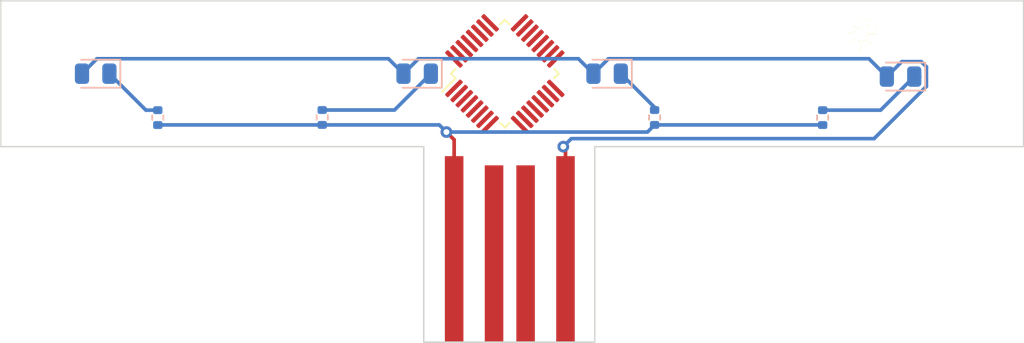
<source format=kicad_pcb>
(kicad_pcb (version 20171130) (host pcbnew "(5.1.9-0-10_14)")
  (title_block (title LED_Card))
  (layers (0 F.Cu signal) (31 B.Cu signal) (34 B.Paste user) (35 F.Paste user) (36 B.SilkS user) (37 F.SilkS user) (38 B.Mask user) (39 F.Mask user) (44 Edge.Cuts user))
  (net 0 "")
  (net 1 "Net-(D1-Pad1)")
  (net 2 GND)
  (net 3 "Net-(D2-Pad1)")
  (net 4 "Net-(D3-Pad1)")
  (net 5 "Net-(D4-Pad1)")
  (net 6 +5V)
  (module footprint:skyworks_pad (layer F.Cu) (at 88 136)
    (fp_text reference G*** hide)
    (fp_text value LOGO hide)
  )
  (module footprint:title_pad (layer F.Cu) (at 133 140)
    (fp_text reference G*** hide)
    (fp_text value LOGO hide)
  )
  (module footprint:tsinghua_logo_pad (layer F.Cu) (at 139 133)
    (fp_text reference G*** hide)
    (fp_text value LOGO hide)
    (fp_poly (pts (xy -3.680339 1.360544) (xy -3.659222 1.382545) (xy -3.684458 1.401687) (xy -3.694407 1.405688) (xy -3.720193 1.404548) (xy -3.717145 1.383152) (xy -3.693204 1.358372) (xy -3.680339 1.360544)) (layer F.SilkS) (width 0.01))
    (fp_poly (pts (xy -3.251939 1.238528) (xy -3.2512 1.2446) (xy -3.270529 1.269261) (xy -3.2766 1.27) (xy -3.301262 1.250671) (xy -3.302 1.2446) (xy -3.282672 1.219938) (xy -3.2766 1.2192) (xy -3.251939 1.238528)) (layer F.SilkS) (width 0.01))
    (fp_poly (pts (xy -3.564467 1.176866) (xy -3.567954 1.191966) (xy -3.5814 1.1938) (xy -3.602308 1.184506) (xy -3.598334 1.176866) (xy -3.56819 1.173826) (xy -3.564467 1.176866)) (layer F.SilkS) (width 0.01))
    (fp_poly (pts (xy -3.6068 1.0033) (xy -3.6195 1.016) (xy -3.6322 1.0033) (xy -3.6195 0.9906) (xy -3.6068 1.0033)) (layer F.SilkS) (width 0.01))
    (fp_poly (pts (xy -3.640667 0.948266) (xy -3.644154 0.963366) (xy -3.6576 0.9652) (xy -3.678508 0.955906) (xy -3.674534 0.948266) (xy -3.64439 0.945226) (xy -3.640667 0.948266)) (layer F.SilkS) (width 0.01))
    (fp_poly (pts (xy -2.979769 0.930807) (xy -2.9845 0.9398) (xy -3.008433 0.964057) (xy -3.012899 0.9652) (xy -3.014632 0.948792) (xy -3.0099 0.9398) (xy -2.985968 0.915542) (xy -2.981502 0.9144) (xy -2.979769 0.930807)) (layer F.SilkS) (width 0.01))
    (fp_poly (pts (xy -4.2926 0.9017) (xy -4.3053 0.9144) (xy -4.318 0.9017) (xy -4.3053 0.889) (xy -4.2926 0.9017)) (layer F.SilkS) (width 0.01))
    (fp_poly (pts (xy -3.666179 0.83185) (xy -3.662824 0.883852) (xy -3.666179 0.89535) (xy -3.675449 0.89854) (xy -3.67899 0.8636) (xy -3.674998 0.827541) (xy -3.666179 0.83185)) (layer F.SilkS) (width 0.01))
    (fp_poly (pts (xy -3.0226 0.9017) (xy -3.0353 0.9144) (xy -3.048 0.9017) (xy -3.0353 0.889) (xy -3.0226 0.9017)) (layer F.SilkS) (width 0.01))
    (fp_poly (pts (xy -3.0734 0.8763) (xy -3.0861 0.889) (xy -3.0988 0.8763) (xy -3.0861 0.8636) (xy -3.0734 0.8763)) (layer F.SilkS) (width 0.01))
    (fp_poly (pts (xy -3.0226 0.8001) (xy -3.0353 0.8128) (xy -3.048 0.8001) (xy -3.0353 0.7874) (xy -3.0226 0.8001)) (layer F.SilkS) (width 0.01))
    (fp_poly (pts (xy -4.1656 0.7747) (xy -4.1783 0.7874) (xy -4.191 0.7747) (xy -4.1783 0.762) (xy -4.1656 0.7747)) (layer F.SilkS) (width 0.01))
    (fp_poly (pts (xy -3.63908 0.772054) (xy -3.646655 0.783598) (xy -3.672417 0.785394) (xy -3.69952 0.779191) (xy -3.687763 0.770048) (xy -3.648066 0.76702) (xy -3.63908 0.772054)) (layer F.SilkS) (width 0.01))
    (fp_poly (pts (xy -3.7592 0.7493) (xy -3.7719 0.762) (xy -3.7846 0.7493) (xy -3.7719 0.7366) (xy -3.7592 0.7493)) (layer F.SilkS) (width 0.01))
    (fp_poly (pts (xy -3.437467 0.745066) (xy -3.440954 0.760166) (xy -3.4544 0.762) (xy -3.475308 0.752706) (xy -3.471334 0.745066) (xy -3.44119 0.742026) (xy -3.437467 0.745066)) (layer F.SilkS) (width 0.01))
    (fp_poly (pts (xy -3.2004 0.7493) (xy -3.2131 0.762) (xy -3.2258 0.7493) (xy -3.2131 0.7366) (xy -3.2004 0.7493)) (layer F.SilkS) (width 0.01))
    (fp_poly (pts (xy -4.1148 0.7239) (xy -4.1275 0.7366) (xy -4.1402 0.7239) (xy -4.1275 0.7112) (xy -4.1148 0.7239)) (layer F.SilkS) (width 0.01))
    (fp_poly (pts (xy -3.818049 0.681037) (xy -3.815021 0.720734) (xy -3.820055 0.72972) (xy -3.831599 0.722145) (xy -3.833395 0.696383) (xy -3.827192 0.66928) (xy -3.818049 0.681037)) (layer F.SilkS) (width 0.01))
    (fp_poly (pts (xy -3.6576 0.7239) (xy -3.6703 0.7366) (xy -3.683 0.7239) (xy -3.6703 0.7112) (xy -3.6576 0.7239)) (layer F.SilkS) (width 0.01))
    (fp_poly (pts (xy -3.3782 0.7239) (xy -3.3909 0.7366) (xy -3.4036 0.7239) (xy -3.3909 0.7112) (xy -3.3782 0.7239)) (layer F.SilkS) (width 0.01))
    (fp_poly (pts (xy -3.429 0.6985) (xy -3.4417 0.7112) (xy -3.4544 0.6985) (xy -3.4417 0.6858) (xy -3.429 0.6985)) (layer F.SilkS) (width 0.01))
    (fp_poly (pts (xy -3.3274 0.6985) (xy -3.3401 0.7112) (xy -3.3528 0.6985) (xy -3.3401 0.6858) (xy -3.3274 0.6985)) (layer F.SilkS) (width 0.01))
    (fp_poly (pts (xy -3.157569 0.676807) (xy -3.1623 0.6858) (xy -3.186233 0.710057) (xy -3.190699 0.7112) (xy -3.192432 0.694792) (xy -3.1877 0.6858) (xy -3.163768 0.661542) (xy -3.159302 0.6604) (xy -3.157569 0.676807)) (layer F.SilkS) (width 0.01))
    (fp_poly (pts (xy -4.0894 0.6731) (xy -4.1021 0.6858) (xy -4.1148 0.6731) (xy -4.1021 0.6604) (xy -4.0894 0.6731)) (layer F.SilkS) (width 0.01))
    (fp_poly (pts (xy -3.3782 0.6731) (xy -3.3909 0.6858) (xy -3.4036 0.6731) (xy -3.3909 0.6604) (xy -3.3782 0.6731)) (layer F.SilkS) (width 0.01))
    (fp_poly (pts (xy -4.0386 0.6477) (xy -4.0513 0.6604) (xy -4.064 0.6477) (xy -4.0513 0.635) (xy -4.0386 0.6477)) (layer F.SilkS) (width 0.01))
    (fp_poly (pts (xy -3.157569 0.499007) (xy -3.1623 0.508) (xy -3.186233 0.532257) (xy -3.190699 0.5334) (xy -3.192432 0.516992) (xy -3.1877 0.508) (xy -3.163768 0.483742) (xy -3.159302 0.4826) (xy -3.157569 0.499007)) (layer F.SilkS) (width 0.01))
    (fp_poly (pts (xy -3.2004 0.4445) (xy -3.2131 0.4572) (xy -3.2258 0.4445) (xy -3.2131 0.4318) (xy -3.2004 0.4445)) (layer F.SilkS) (width 0.01))
    (fp_poly (pts (xy -3.1242 0.4445) (xy -3.1369 0.4572) (xy -3.1496 0.4445) (xy -3.1369 0.4318) (xy -3.1242 0.4445)) (layer F.SilkS) (width 0.01))
    (fp_poly (pts (xy -3.107267 0.313266) (xy -3.104227 0.34341) (xy -3.107267 0.347133) (xy -3.122367 0.343646) (xy -3.1242 0.3302) (xy -3.114907 0.309292) (xy -3.107267 0.313266)) (layer F.SilkS) (width 0.01))
    (fp_poly (pts (xy -4.572 0.3175) (xy -4.5847 0.3302) (xy -4.5974 0.3175) (xy -4.5847 0.3048) (xy -4.572 0.3175)) (layer F.SilkS) (width 0.01))
    (fp_poly (pts (xy -4.5212 0.3175) (xy -4.5339 0.3302) (xy -4.5466 0.3175) (xy -4.5339 0.3048) (xy -4.5212 0.3175)) (layer F.SilkS) (width 0.01))
    (fp_poly (pts (xy -4.2164 0.3175) (xy -4.2291 0.3302) (xy -4.2418 0.3175) (xy -4.2291 0.3048) (xy -4.2164 0.3175)) (layer F.SilkS) (width 0.01))
    (fp_poly (pts (xy -3.048 0.3175) (xy -3.0607 0.3302) (xy -3.0734 0.3175) (xy -3.0607 0.3048) (xy -3.048 0.3175)) (layer F.SilkS) (width 0.01))
    (fp_poly (pts (xy -2.980267 0.313266) (xy -2.983754 0.328366) (xy -2.9972 0.3302) (xy -3.018108 0.320906) (xy -3.014134 0.313266) (xy -2.98399 0.310226) (xy -2.980267 0.313266)) (layer F.SilkS) (width 0.01))
    (fp_poly (pts (xy -2.921 0.3175) (xy -2.9337 0.3302) (xy -2.9464 0.3175) (xy -2.9337 0.3048) (xy -2.921 0.3175)) (layer F.SilkS) (width 0.01))
    (fp_poly (pts (xy -2.8702 0.3175) (xy -2.8829 0.3302) (xy -2.8956 0.3175) (xy -2.8829 0.3048) (xy -2.8702 0.3175)) (layer F.SilkS) (width 0.01))
    (fp_poly (pts (xy -2.8194 0.3175) (xy -2.8321 0.3302) (xy -2.8448 0.3175) (xy -2.8321 0.3048) (xy -2.8194 0.3175)) (layer F.SilkS) (width 0.01))
    (fp_poly (pts (xy -2.7432 0.3175) (xy -2.7559 0.3302) (xy -2.7686 0.3175) (xy -2.7559 0.3048) (xy -2.7432 0.3175)) (layer F.SilkS) (width 0.01))
    (fp_poly (pts (xy -2.6924 0.3175) (xy -2.7051 0.3302) (xy -2.7178 0.3175) (xy -2.7051 0.3048) (xy -2.6924 0.3175)) (layer F.SilkS) (width 0.01))
    (fp_poly (pts (xy -3.005667 0.237066) (xy -3.002627 0.26721) (xy -3.005667 0.270933) (xy -3.020767 0.267446) (xy -3.0226 0.254) (xy -3.013307 0.233092) (xy -3.005667 0.237066)) (layer F.SilkS) (width 0.01))
    (fp_poly (pts (xy -4.5212 0.2413) (xy -4.5339 0.254) (xy -4.5466 0.2413) (xy -4.5339 0.2286) (xy -4.5212 0.2413)) (layer F.SilkS) (width 0.01))
    (fp_poly (pts (xy -4.4704 0.2413) (xy -4.4831 0.254) (xy -4.4958 0.2413) (xy -4.4831 0.2286) (xy -4.4704 0.2413)) (layer F.SilkS) (width 0.01))
    (fp_poly (pts (xy -4.4196 0.2413) (xy -4.4323 0.254) (xy -4.445 0.2413) (xy -4.4323 0.2286) (xy -4.4196 0.2413)) (layer F.SilkS) (width 0.01))
    (fp_poly (pts (xy -4.3434 0.2413) (xy -4.3561 0.254) (xy -4.3688 0.2413) (xy -4.3561 0.2286) (xy -4.3434 0.2413)) (layer F.SilkS) (width 0.01))
    (fp_poly (pts (xy -4.2926 0.2413) (xy -4.3053 0.254) (xy -4.318 0.2413) (xy -4.3053 0.2286) (xy -4.2926 0.2413)) (layer F.SilkS) (width 0.01))
    (fp_poly (pts (xy -4.1656 0.2413) (xy -4.1783 0.254) (xy -4.191 0.2413) (xy -4.1783 0.2286) (xy -4.1656 0.2413)) (layer F.SilkS) (width 0.01))
    (fp_poly (pts (xy -3.183049 0.198437) (xy -3.180021 0.238134) (xy -3.185055 0.24712) (xy -3.196599 0.239545) (xy -3.198395 0.213783) (xy -3.192192 0.18668) (xy -3.183049 0.198437)) (layer F.SilkS) (width 0.01))
    (fp_poly (pts (xy -2.9464 0.2413) (xy -2.9591 0.254) (xy -2.9718 0.2413) (xy -2.9591 0.2286) (xy -2.9464 0.2413)) (layer F.SilkS) (width 0.01))
    (fp_poly (pts (xy -2.8194 0.2413) (xy -2.8321 0.254) (xy -2.8448 0.2413) (xy -2.8321 0.2286) (xy -2.8194 0.2413)) (layer F.SilkS) (width 0.01))
    (fp_poly (pts (xy -2.7686 0.2413) (xy -2.7813 0.254) (xy -2.794 0.2413) (xy -2.7813 0.2286) (xy -2.7686 0.2413)) (layer F.SilkS) (width 0.01))
    (fp_poly (pts (xy -2.700867 0.237066) (xy -2.704354 0.252166) (xy -2.7178 0.254) (xy -2.738708 0.244706) (xy -2.734734 0.237066) (xy -2.70459 0.234026) (xy -2.700867 0.237066)) (layer F.SilkS) (width 0.01))
    (fp_poly (pts (xy -2.6416 0.2413) (xy -2.6543 0.254) (xy -2.667 0.2413) (xy -2.6543 0.2286) (xy -2.6416 0.2413)) (layer F.SilkS) (width 0.01))
    (fp_poly (pts (xy -4.0386 0.1397) (xy -4.0513 0.1524) (xy -4.064 0.1397) (xy -4.0513 0.127) (xy -4.0386 0.1397)) (layer F.SilkS) (width 0.01))
    (fp_poly (pts (xy -4.0894 0.1143) (xy -4.1021 0.127) (xy -4.1148 0.1143) (xy -4.1021 0.1016) (xy -4.0894 0.1143)) (layer F.SilkS) (width 0.01))
    (fp_poly (pts (xy -4.021667 0.084666) (xy -4.025154 0.099766) (xy -4.0386 0.1016) (xy -4.059508 0.092306) (xy -4.055534 0.084666) (xy -4.02539 0.081626) (xy -4.021667 0.084666)) (layer F.SilkS) (width 0.01))
    (fp_poly (pts (xy -2.541104 -0.080859) (xy -2.54 -0.0635) (xy -2.553293 -0.029693) (xy -2.564603 -0.0254) (xy -2.578579 -0.044019) (xy -2.574586 -0.0635) (xy -2.556557 -0.096921) (xy -2.549983 -0.1016) (xy -2.541104 -0.080859)) (layer F.SilkS) (width 0.01))
    (fp_poly (pts (xy -3.8862 -0.0635) (xy -3.8989 -0.0508) (xy -3.9116 -0.0635) (xy -3.8989 -0.0762) (xy -3.8862 -0.0635)) (layer F.SilkS) (width 0.01))
    (fp_poly (pts (xy -3.937 -0.1143) (xy -3.9497 -0.1016) (xy -3.9624 -0.1143) (xy -3.9497 -0.127) (xy -3.937 -0.1143)) (layer F.SilkS) (width 0.01))
    (fp_poly (pts (xy -3.8354 -0.1143) (xy -3.8481 -0.1016) (xy -3.8608 -0.1143) (xy -3.8481 -0.127) (xy -3.8354 -0.1143)) (layer F.SilkS) (width 0.01))
    (fp_poly (pts (xy -4.013394 -0.187856) (xy -4.010049 -0.184574) (xy -3.989986 -0.151271) (xy -3.992706 -0.139028) (xy -4.0116 -0.146651) (xy -4.024267 -0.170355) (xy -4.032001 -0.200029) (xy -4.013394 -0.187856)) (layer F.SilkS) (width 0.01))
    (fp_poly (pts (xy -3.7846 -0.1397) (xy -3.7973 -0.127) (xy -3.81 -0.1397) (xy -3.7973 -0.1524) (xy -3.7846 -0.1397)) (layer F.SilkS) (width 0.01))
    (fp_poly (pts (xy -4.144125 -0.192926) (xy -4.117071 -0.169315) (xy -4.1148 -0.163601) (xy -4.126855 -0.153162) (xy -4.151951 -0.176554) (xy -4.155326 -0.181725) (xy -4.15832 -0.199106) (xy -4.144125 -0.192926)) (layer F.SilkS) (width 0.01))
    (fp_poly (pts (xy -3.683 -0.1651) (xy -3.6957 -0.1524) (xy -3.7084 -0.1651) (xy -3.6957 -0.1778) (xy -3.683 -0.1651)) (layer F.SilkS) (width 0.01))
    (fp_poly (pts (xy -3.5052 -0.1651) (xy -3.5179 -0.1524) (xy -3.5306 -0.1651) (xy -3.5179 -0.1778) (xy -3.5052 -0.1651)) (layer F.SilkS) (width 0.01))
    (fp_poly (pts (xy -3.182969 -0.212193) (xy -3.1877 -0.2032) (xy -3.211633 -0.178943) (xy -3.216099 -0.1778) (xy -3.217832 -0.194208) (xy -3.2131 -0.2032) (xy -3.189168 -0.227458) (xy -3.184702 -0.2286) (xy -3.182969 -0.212193)) (layer F.SilkS) (width 0.01))
    (fp_poly (pts (xy -4.064 -0.2413) (xy -4.0767 -0.2286) (xy -4.0894 -0.2413) (xy -4.0767 -0.254) (xy -4.064 -0.2413)) (layer F.SilkS) (width 0.01))
    (fp_poly (pts (xy -3.128125 -0.269126) (xy -3.100857 -0.243551) (xy -3.106451 -0.228848) (xy -3.110001 -0.2286) (xy -3.131485 -0.246642) (xy -3.139326 -0.257925) (xy -3.14232 -0.275306) (xy -3.128125 -0.269126)) (layer F.SilkS) (width 0.01))
    (fp_poly (pts (xy -3.576753 -0.340028) (xy -3.56645 -0.310576) (xy -3.569785 -0.303045) (xy -3.590635 -0.280864) (xy -3.598183 -0.306998) (xy -3.598334 -0.316383) (xy -3.587125 -0.341857) (xy -3.576753 -0.340028)) (layer F.SilkS) (width 0.01))
    (fp_poly (pts (xy -2.9972 -0.3937) (xy -3.0099 -0.381) (xy -3.0226 -0.3937) (xy -3.0099 -0.4064) (xy -2.9972 -0.3937)) (layer F.SilkS) (width 0.01))
    (fp_poly (pts (xy -4.2418 -0.4191) (xy -4.2545 -0.4064) (xy -4.2672 -0.4191) (xy -4.2545 -0.4318) (xy -4.2418 -0.4191)) (layer F.SilkS) (width 0.01))
    (fp_poly (pts (xy -3.5814 -0.4699) (xy -3.5941 -0.4572) (xy -3.6068 -0.4699) (xy -3.5941 -0.4826) (xy -3.5814 -0.4699)) (layer F.SilkS) (width 0.01))
    (fp_poly (pts (xy -3.589867 -0.524934) (xy -3.593354 -0.509834) (xy -3.6068 -0.508) (xy -3.627708 -0.517294) (xy -3.623734 -0.524934) (xy -3.59359 -0.527974) (xy -3.589867 -0.524934)) (layer F.SilkS) (width 0.01))
    (fp_poly (pts (xy -3.077126 -0.641926) (xy -3.0734 -0.6238) (xy -3.081771 -0.587101) (xy -3.103765 -0.598102) (xy -3.110416 -0.607845) (xy -3.107231 -0.640467) (xy -3.099215 -0.647444) (xy -3.077126 -0.641926)) (layer F.SilkS) (width 0.01))
    (fp_poly (pts (xy -3.5814 -0.6477) (xy -3.5941 -0.635) (xy -3.6068 -0.6477) (xy -3.5941 -0.6604) (xy -3.5814 -0.6477)) (layer F.SilkS) (width 0.01))
    (fp_poly (pts (xy -3.335867 -0.728134) (xy -3.339354 -0.713034) (xy -3.3528 -0.7112) (xy -3.373708 -0.720494) (xy -3.369734 -0.728134) (xy -3.33959 -0.731174) (xy -3.335867 -0.728134)) (layer F.SilkS) (width 0.01))
  )
  (module Package_QFP:LQFP-32_5x5mm_P0.5mm (layer F.Cu) (at 111 136 45)
    (fp_text reference REF** hide)
    (fp_text value LQFP-32_5x5mm_P0.5mm hide)
    (fp_line (start -2.61 -2.16) (end -3.925 -2.16) (layer F.SilkS) (width 0.12))
    (fp_line (start -2.61 -2.61) (end -2.61 -2.16) (layer F.SilkS) (width 0.12))
    (fp_line (start -2.16 -2.61) (end -2.61 -2.61) (layer F.SilkS) (width 0.12))
    (fp_line (start 2.61 -2.61) (end 2.61 -2.16) (layer F.SilkS) (width 0.12))
    (fp_line (start 2.16 -2.61) (end 2.61 -2.61) (layer F.SilkS) (width 0.12))
    (fp_line (start -2.61 2.61) (end -2.61 2.16) (layer F.SilkS) (width 0.12))
    (fp_line (start -2.16 2.61) (end -2.61 2.61) (layer F.SilkS) (width 0.12))
    (fp_line (start 2.61 2.61) (end 2.61 2.16) (layer F.SilkS) (width 0.12))
    (fp_line (start 2.16 2.61) (end 2.61 2.61) (layer F.SilkS) (width 0.12))
    (pad 32 smd roundrect (at -1.75 -3.175 45) (size 0.3 1.5) (layers F.Cu F.Paste F.Mask))
    (pad 31 smd roundrect (at -1.25 -3.175 45) (size 0.3 1.5) (layers F.Cu F.Paste F.Mask))
    (pad 30 smd roundrect (at -0.75 -3.175 45) (size 0.3 1.5) (layers F.Cu F.Paste F.Mask))
    (pad 29 smd roundrect (at -0.25 -3.175 45) (size 0.3 1.5) (layers F.Cu F.Paste F.Mask))
    (pad 28 smd roundrect (at 0.25 -3.175 45) (size 0.3 1.5) (layers F.Cu F.Paste F.Mask))
    (pad 27 smd roundrect (at 0.75 -3.175 45) (size 0.3 1.5) (layers F.Cu F.Paste F.Mask))
    (pad 26 smd roundrect (at 1.25 -3.175 45) (size 0.3 1.5) (layers F.Cu F.Paste F.Mask))
    (pad 25 smd roundrect (at 1.75 -3.175 45) (size 0.3 1.5) (layers F.Cu F.Paste F.Mask))
    (pad 24 smd roundrect (at 3.175 -1.75 45) (size 1.5 0.3) (layers F.Cu F.Paste F.Mask))
    (pad 23 smd roundrect (at 3.175 -1.25 45) (size 1.5 0.3) (layers F.Cu F.Paste F.Mask))
    (pad 22 smd roundrect (at 3.175 -0.75 45) (size 1.5 0.3) (layers F.Cu F.Paste F.Mask))
    (pad 21 smd roundrect (at 3.175 -0.25 45) (size 1.5 0.3) (layers F.Cu F.Paste F.Mask))
    (pad 20 smd roundrect (at 3.175 0.25 45) (size 1.5 0.3) (layers F.Cu F.Paste F.Mask))
    (pad 19 smd roundrect (at 3.175 0.75 45) (size 1.5 0.3) (layers F.Cu F.Paste F.Mask))
    (pad 18 smd roundrect (at 3.175 1.25 45) (size 1.5 0.3) (layers F.Cu F.Paste F.Mask))
    (pad 17 smd roundrect (at 3.175 1.75 45) (size 1.5 0.3) (layers F.Cu F.Paste F.Mask))
    (pad 16 smd roundrect (at 1.75 3.175 45) (size 0.3 1.5) (layers F.Cu F.Paste F.Mask))
    (pad 15 smd roundrect (at 1.25 3.175 45) (size 0.3 1.5) (layers F.Cu F.Paste F.Mask))
    (pad 14 smd roundrect (at 0.75 3.175 45) (size 0.3 1.5) (layers F.Cu F.Paste F.Mask))
    (pad 13 smd roundrect (at 0.25 3.175 45) (size 0.3 1.5) (layers F.Cu F.Paste F.Mask))
    (pad 12 smd roundrect (at -0.25 3.175 45) (size 0.3 1.5) (layers F.Cu F.Paste F.Mask))
    (pad 11 smd roundrect (at -0.75 3.175 45) (size 0.3 1.5) (layers F.Cu F.Paste F.Mask))
    (pad 10 smd roundrect (at -1.25 3.175 45) (size 0.3 1.5) (layers F.Cu F.Paste F.Mask))
    (pad 9 smd roundrect (at -1.75 3.175 45) (size 0.3 1.5) (layers F.Cu F.Paste F.Mask))
    (pad 8 smd roundrect (at -3.175 1.75 45) (size 1.5 0.3) (layers F.Cu F.Paste F.Mask))
    (pad 7 smd roundrect (at -3.175 1.25 45) (size 1.5 0.3) (layers F.Cu F.Paste F.Mask))
    (pad 6 smd roundrect (at -3.175 0.75 45) (size 1.5 0.3) (layers F.Cu F.Paste F.Mask))
    (pad 5 smd roundrect (at -3.175 0.25 45) (size 1.5 0.3) (layers F.Cu F.Paste F.Mask))
    (pad 4 smd roundrect (at -3.175 -0.25 45) (size 1.5 0.3) (layers F.Cu F.Paste F.Mask))
    (pad 3 smd roundrect (at -3.175 -0.75 45) (size 1.5 0.3) (layers F.Cu F.Paste F.Mask))
    (pad 2 smd roundrect (at -3.175 -1.25 45) (size 1.5 0.3) (layers F.Cu F.Paste F.Mask))
    (pad 1 smd roundrect (at -3.175 -1.75 45) (size 1.5 0.3) (layers F.Cu F.Paste F.Mask))
  )
  (module my_USB_A:gold_finger_USB (layer F.Cu) (at 111.34 144.19)
    (fp_text reference J1 hide)
    (fp_text value USB_A)
    (pad 4 smd rect (at -1.0795 4.1248) (size 1.27 12.065) (layers F.Cu F.Paste F.Mask))
    (pad 3 smd rect (at 1.0795 4.1248) (size 1.27 12.065) (layers F.Cu F.Paste F.Mask))
    (pad 2 smd rect (at 3.81 3.81) (size 1.27 12.7) (layers F.Cu F.Paste F.Mask) (net 2 GND))
    (pad 1 smd rect (at -3.81 3.81) (size 1.27 12.7) (layers F.Cu F.Paste F.Mask) (net 6 +5V))
  )
  (module LED_SMD:LED_0805_2012Metric (layer B.Cu) (at 138.08 136.2 180)
    (fp_text reference D4 hide)
    (fp_text value LED hide)
    (fp_line (start -1.685 -0.96) (end 1 -0.96) (layer B.SilkS) (width 0.12))
    (fp_line (start -1.685 0.96) (end -1.685 -0.96) (layer B.SilkS) (width 0.12))
    (fp_line (start 1 0.96) (end -1.685 0.96) (layer B.SilkS) (width 0.12))
    (pad 2 smd roundrect (at 0.9375 0 180) (size 0.975 1.4) (layers B.Cu B.Paste B.Mask) (net 2 GND))
    (pad 1 smd roundrect (at -0.9375 0 180) (size 0.975 1.4) (layers B.Cu B.Paste B.Mask) (net 5 "Net-(D4-Pad1)"))
  )
  (module LED_SMD:LED_0805_2012Metric (layer B.Cu) (at 118 136 180)
    (fp_text reference D3 hide)
    (fp_text value LED hide)
    (fp_line (start -1.685 -0.96) (end 1 -0.96) (layer B.SilkS) (width 0.12))
    (fp_line (start -1.685 0.96) (end -1.685 -0.96) (layer B.SilkS) (width 0.12))
    (fp_line (start 1 0.96) (end -1.685 0.96) (layer B.SilkS) (width 0.12))
    (pad 2 smd roundrect (at 0.9375 0 180) (size 0.975 1.4) (layers B.Cu B.Paste B.Mask) (net 2 GND))
    (pad 1 smd roundrect (at -0.9375 0 180) (size 0.975 1.4) (layers B.Cu B.Paste B.Mask) (net 4 "Net-(D3-Pad1)"))
  )
  (module LED_SMD:LED_0805_2012Metric (layer B.Cu) (at 105 136 180)
    (fp_text reference D2 hide)
    (fp_text value LED hide)
    (fp_line (start -1.685 -0.96) (end 1 -0.96) (layer B.SilkS) (width 0.12))
    (fp_line (start -1.685 0.96) (end -1.685 -0.96) (layer B.SilkS) (width 0.12))
    (fp_line (start 1 0.96) (end -1.685 0.96) (layer B.SilkS) (width 0.12))
    (pad 2 smd roundrect (at 0.9375 0 180) (size 0.975 1.4) (layers B.Cu B.Paste B.Mask) (net 2 GND))
    (pad 1 smd roundrect (at -0.9375 0 180) (size 0.975 1.4) (layers B.Cu B.Paste B.Mask) (net 3 "Net-(D2-Pad1)"))
  )
  (module LED_SMD:LED_0805_2012Metric (layer B.Cu) (at 83 136 180)
    (fp_text reference D1 hide)
    (fp_text value LED hide)
    (fp_line (start -1.685 -0.96) (end 1 -0.96) (layer B.SilkS) (width 0.12))
    (fp_line (start -1.685 0.96) (end -1.685 -0.96) (layer B.SilkS) (width 0.12))
    (fp_line (start 1 0.96) (end -1.685 0.96) (layer B.SilkS) (width 0.12))
    (pad 2 smd roundrect (at 0.9375 0 180) (size 0.975 1.4) (layers B.Cu B.Paste B.Mask) (net 2 GND))
    (pad 1 smd roundrect (at -0.9375 0 180) (size 0.975 1.4) (layers B.Cu B.Paste B.Mask) (net 1 "Net-(D1-Pad1)"))
  )
  (module Resistor_SMD:R_0402_1005Metric (layer B.Cu) (at 87.25 139.01 270)
    (fp_text reference R1 hide)
    (fp_text value 2k2 hide)
    (fp_line (start -0.153641 -0.38) (end 0.153641 -0.38) (layer B.SilkS) (width 0.12))
    (fp_line (start -0.153641 0.38) (end 0.153641 0.38) (layer B.SilkS) (width 0.12))
    (pad 1 smd roundrect (at -0.51 0 270) (size 0.54 0.64) (layers B.Cu B.Paste B.Mask) (net 1 "Net-(D1-Pad1)"))
    (pad 2 smd roundrect (at 0.51 0 270) (size 0.54 0.64) (layers B.Cu B.Paste B.Mask) (net 6 +5V))
  )
  (module Resistor_SMD:R_0402_1005Metric (layer B.Cu) (at 98.5 139 270)
    (fp_text reference R2 hide)
    (fp_text value 2k2 hide)
    (fp_line (start -0.153641 0.38) (end 0.153641 0.38) (layer B.SilkS) (width 0.12))
    (fp_line (start -0.153641 -0.38) (end 0.153641 -0.38) (layer B.SilkS) (width 0.12))
    (pad 2 smd roundrect (at 0.51 0 270) (size 0.54 0.64) (layers B.Cu B.Paste B.Mask) (net 6 +5V))
    (pad 1 smd roundrect (at -0.51 0 270) (size 0.54 0.64) (layers B.Cu B.Paste B.Mask) (net 3 "Net-(D2-Pad1)"))
  )
  (module Resistor_SMD:R_0402_1005Metric (layer B.Cu) (at 121.25 139 270)
    (fp_text reference R3 hide)
    (fp_text value 2k2 hide)
    (fp_line (start -0.153641 -0.38) (end 0.153641 -0.38) (layer B.SilkS) (width 0.12))
    (fp_line (start -0.153641 0.38) (end 0.153641 0.38) (layer B.SilkS) (width 0.12))
    (pad 1 smd roundrect (at -0.51 0 270) (size 0.54 0.64) (layers B.Cu B.Paste B.Mask) (net 4 "Net-(D3-Pad1)"))
    (pad 2 smd roundrect (at 0.51 0 270) (size 0.54 0.64) (layers B.Cu B.Paste B.Mask) (net 6 +5V))
  )
  (module Resistor_SMD:R_0402_1005Metric (layer B.Cu) (at 132.75 139.01 270)
    (fp_text reference R4 hide)
    (fp_text value 2k2 hide)
    (fp_line (start -0.153641 0.38) (end 0.153641 0.38) (layer B.SilkS) (width 0.12))
    (fp_line (start -0.153641 -0.38) (end 0.153641 -0.38) (layer B.SilkS) (width 0.12))
    (pad 2 smd roundrect (at 0.51 0 270) (size 0.54 0.64) (layers B.Cu B.Paste B.Mask) (net 6 +5V))
    (pad 1 smd roundrect (at -0.51 0 270) (size 0.54 0.64) (layers B.Cu B.Paste B.Mask) (net 5 "Net-(D4-Pad1)"))
  )
  (gr_line (start 76.5 141) (end 105.45 141) (layer Edge.Cuts) (width 0.1))
  (gr_line (start 146.5 131) (end 146.5 141) (layer Edge.Cuts) (width 0.1))
  (gr_line (start 76.5 131) (end 146.5 131) (layer Edge.Cuts) (width 0.1))
  (gr_line (start 76.5 141) (end 76.5 131) (layer Edge.Cuts) (width 0.1))
  (gr_line (start 146.5 141) (end 140 141) (layer Edge.Cuts) (width 0.1))
  (gr_line (start 105.45 154.4) (end 105.45 141) (layer Edge.Cuts) (width 0.1))
  (gr_line (start 117.15 154.4) (end 105.45 154.4) (layer Edge.Cuts) (width 0.1))
  (gr_line (start 117.15 141) (end 117.15 154.4) (layer Edge.Cuts) (width 0.1))
  (gr_line (start 140 141) (end 117.15 141) (layer Edge.Cuts) (width 0.1))
  (segment (start 86.4375 138.5) (end 83.9375 136) (width 0.25) (layer B.Cu) (net 1))
  (segment (start 87.25 138.5) (end 86.4375 138.5) (width 0.25) (layer B.Cu) (net 1))
  (segment (start 115.15 148) (end 115.15 140.85) (width 0.25) (layer F.Cu) (net 2))
  (via (at 115 141) (size 0.8) (drill 0.4) (layers F.Cu B.Cu) (net 2))
  (segment (start 115.15 140.85) (end 115 141) (width 0.25) (layer F.Cu) (net 2))
  (segment (start 139.85001 135.52816) (end 139.49684 135.17499) (width 0.25) (layer B.Cu) (net 2))
  (segment (start 139.49684 135.17499) (end 138.16751 135.17499) (width 0.25) (layer B.Cu) (net 2))
  (segment (start 139.85001 136.87184) (end 139.85001 135.52816) (width 0.25) (layer B.Cu) (net 2))
  (segment (start 136.27184 140.45001) (end 139.85001 136.87184) (width 0.25) (layer B.Cu) (net 2))
  (segment (start 138.16751 135.17499) (end 137.1425 136.2) (width 0.25) (layer B.Cu) (net 2))
  (segment (start 115.54999 140.45001) (end 136.27184 140.45001) (width 0.25) (layer B.Cu) (net 2))
  (segment (start 115 141) (end 115.54999 140.45001) (width 0.25) (layer B.Cu) (net 2))
  (segment (start 135.91749 134.97499) (end 118.08751 134.97499) (width 0.25) (layer B.Cu) (net 2))
  (segment (start 118.08751 134.97499) (end 117.0625 136) (width 0.25) (layer B.Cu) (net 2))
  (segment (start 137.1425 136.2) (end 135.91749 134.97499) (width 0.25) (layer B.Cu) (net 2))
  (segment (start 105.08751 134.97499) (end 104.0625 136) (width 0.25) (layer B.Cu) (net 2))
  (segment (start 116.03749 134.97499) (end 105.08751 134.97499) (width 0.25) (layer B.Cu) (net 2))
  (segment (start 117.0625 136) (end 116.03749 134.97499) (width 0.25) (layer B.Cu) (net 2))
  (segment (start 83.08751 134.97499) (end 82.0625 136) (width 0.25) (layer B.Cu) (net 2))
  (segment (start 103.03749 134.97499) (end 83.08751 134.97499) (width 0.25) (layer B.Cu) (net 2))
  (segment (start 104.0625 136) (end 103.03749 134.97499) (width 0.25) (layer B.Cu) (net 2))
  (segment (start 98.5 138.49) (end 98.49 138.49) (width 0.25) (layer B.Cu) (net 3))
  (segment (start 103.4475 138.49) (end 105.9375 136) (width 0.25) (layer B.Cu) (net 3))
  (segment (start 98.5 138.49) (end 103.4475 138.49) (width 0.25) (layer B.Cu) (net 3))
  (segment (start 121.25 138.3125) (end 118.9375 136) (width 0.25) (layer B.Cu) (net 4))
  (segment (start 121.25 138.49) (end 121.25 138.3125) (width 0.25) (layer B.Cu) (net 4))
  (segment (start 139.0175 136.2) (end 139.4 136.2) (width 0.25) (layer B.Cu) (net 5))
  (segment (start 136.7175 138.5) (end 139.0175 136.2) (width 0.25) (layer B.Cu) (net 5))
  (segment (start 132.75 138.5) (end 136.7175 138.5) (width 0.25) (layer B.Cu) (net 5))
  (segment (start 87.24 139.51) (end 87.25 139.52) (width 0.25) (layer B.Cu) (net 6))
  (segment (start 132.76 139.51) (end 132.75 139.52) (width 0.25) (layer B.Cu) (net 6))
  (segment (start 107.53 148) (end 107.53 140.53) (width 0.25) (layer F.Cu) (net 6))
  (via (at 107 140) (size 0.8) (drill 0.4) (layers F.Cu B.Cu) (net 6))
  (segment (start 107.53 140.53) (end 107 140) (width 0.25) (layer F.Cu) (net 6))
  (segment (start 106.51 139.51) (end 98.5 139.51) (width 0.25) (layer B.Cu) (net 6))
  (segment (start 107 140) (end 106.51 139.51) (width 0.25) (layer B.Cu) (net 6))
  (segment (start 87.26 139.51) (end 87.25 139.52) (width 0.25) (layer B.Cu) (net 6))
  (segment (start 98.5 139.51) (end 87.26 139.51) (width 0.25) (layer B.Cu) (net 6))
  (segment (start 120.76 140) (end 121.25 139.51) (width 0.25) (layer B.Cu) (net 6))
  (segment (start 107 140) (end 120.76 140) (width 0.25) (layer B.Cu) (net 6))
  (segment (start 132.74 139.51) (end 132.75 139.52) (width 0.25) (layer B.Cu) (net 6))
  (segment (start 121.25 139.51) (end 132.74 139.51) (width 0.25) (layer B.Cu) (net 6))
)
</source>
